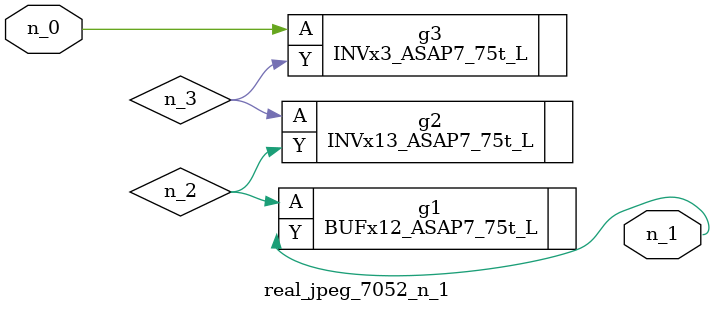
<source format=v>
module real_jpeg_7052_n_1 (n_0, n_1);

input n_0;

output n_1;

wire n_3;
wire n_2;

INVx3_ASAP7_75t_L g3 ( 
.A(n_0),
.Y(n_3)
);

BUFx12_ASAP7_75t_L g1 ( 
.A(n_2),
.Y(n_1)
);

INVx13_ASAP7_75t_L g2 ( 
.A(n_3),
.Y(n_2)
);


endmodule
</source>
